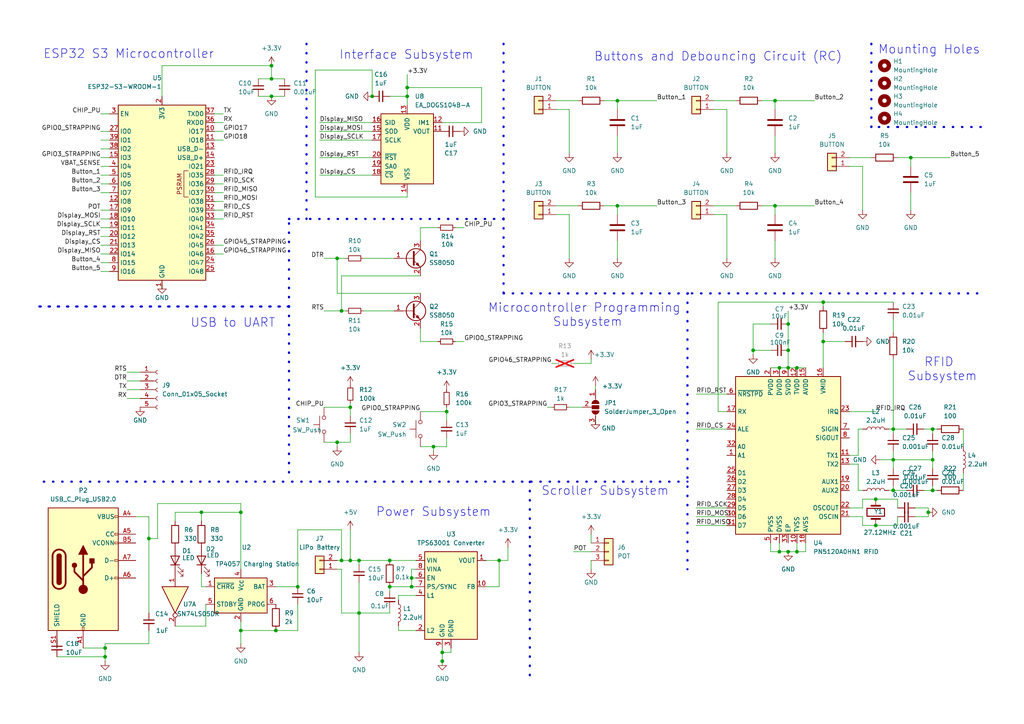
<source format=kicad_sch>
(kicad_sch (version 20250114) (generator "eeschema") (generator_version "9.0")
  (paper "A4")
  (text "USB to UART\n" (at 67.564 93.726 0) (effects (font (size 2.54 2.54))))
  (text "Interface Subsystem" (at 117.856 16.002 0) (effects (font (size 2.54 2.54))))
  (text "Power Subsystem" (at 125.73 148.59 0) (effects (font (size 2.54 2.54))))
  (text "ESP32 S3 Microcontroller" (at 37.338 15.748 0) (effects (font (size 2.54 2.54))))
  (text "Scroller Subsystem" (at 175.514 142.494 0) (effects (font (size 2.54 2.54))))
  (text "Buttons and Debouncing Circuit (RC)" (at 208.28 16.51 0) (effects (font (size 2.54 2.54))))
  (text "Microcontroller Programming \nSubsystem" (at 170.434 91.44 0) (effects (font (size 2.54 2.54))))
  (text "RFID \nSubsystem\n" (at 273.304 107.188 0) (effects (font (size 2.54 2.54))))
  (text "Mounting Holes\n" (at 269.494 14.478 0) (effects (font (size 2.54 2.54))))
  (junction (at 86.36 170.18))
  (junction (at 226.06 106.68))
  (junction (at 43.18 156.21))
  (junction (at 231.14 160.02))
  (junction (at 270.51 133.35))
  (junction (at 78.74 19.05))
  (junction (at 101.6 118.11))
  (junction (at 228.6 160.02))
  (junction (at 118.11 27.94))
  (junction (at 270.51 142.24))
  (junction (at 259.08 142.24))
  (junction (at 259.08 133.35))
  (junction (at 224.79 29.21))
  (junction (at 80.01 182.88))
  (junction (at 107.95 27.94))
  (junction (at 119.38 167.64))
  (junction (at 228.6 101.6))
  (junction (at 129.54 119.38))
  (junction (at 97.79 74.93))
  (junction (at 99.06 162.56))
  (junction (at 254 152.4))
  (junction (at 78.74 27.94))
  (junction (at 101.6 162.56))
  (junction (at 97.79 128.27))
  (junction (at 218.44 101.6))
  (junction (at 270.51 124.46))
  (junction (at 224.79 59.69))
  (junction (at 238.76 99.06))
  (junction (at 238.76 87.63))
  (junction (at 69.85 182.88))
  (junction (at 231.14 106.68))
  (junction (at 78.74 22.86))
  (junction (at 30.48 190.5))
  (junction (at 119.38 170.18))
  (junction (at 179.07 59.69))
  (junction (at 104.14 177.8))
  (junction (at 228.6 93.98))
  (junction (at 144.78 162.56))
  (junction (at 128.27 191.77))
  (junction (at 269.24 148.59))
  (junction (at 118.11 25.4))
  (junction (at 264.16 45.72))
  (junction (at 125.73 129.54))
  (junction (at 30.48 187.96))
  (junction (at 58.42 148.59))
  (junction (at 69.85 148.59))
  (junction (at 113.03 162.56))
  (junction (at 104.14 162.56))
  (junction (at 128.27 189.23))
  (junction (at 254 144.78))
  (junction (at 179.07 29.21))
  (junction (at 259.08 124.46))
  (junction (at 226.06 160.02))
  (junction (at 228.6 106.68))
  (junction (at 99.06 90.17))
  (junction (at 113.03 170.18))
  (wire (pts (xy 105.41 90.17) (xy 114.3 90.17)))
  (wire (pts (xy 228.6 90.17) (xy 228.6 93.98)))
  (wire (pts (xy 259.08 124.46) (xy 262.89 124.46)))
  (wire (pts (xy 231.14 157.48) (xy 231.14 160.02)))
  (wire (pts (xy 86.36 153.67) (xy 99.06 153.67)))
  (wire (pts (xy 121.92 85.09) (xy 97.79 85.09)))
  (wire (pts (xy 259.08 142.24) (xy 262.89 142.24)))
  (wire (pts (xy 46.99 19.05) (xy 78.74 19.05)))
  (wire (pts (xy 260.35 45.72) (xy 264.16 45.72)))
  (wire (pts (xy 101.6 118.11) (xy 93.98 118.11)))
  (wire (pts (xy 125.73 129.54) (xy 125.73 130.81)))
  (wire (pts (xy 62.23 71.12) (xy 64.77 71.12)))
  (wire (pts (xy 201.93 114.3) (xy 210.82 114.3)))
  (wire (pts (xy 29.21 55.88) (xy 31.75 55.88)))
  (wire (pts (xy 29.21 78.74) (xy 31.75 78.74)))
  (wire (pts (xy 104.14 162.56) (xy 104.14 163.83)))
  (wire (pts (xy 201.93 147.32) (xy 210.82 147.32)))
  (wire (pts (xy 179.07 69.85) (xy 179.07 74.93)))
  (wire (pts (xy 29.21 48.26) (xy 31.75 48.26)))
  (wire (pts (xy 29.21 73.66) (xy 31.75 73.66)))
  (wire (pts (xy 118.11 25.4) (xy 139.7 25.4)))
  (wire (pts (xy 62.23 73.66) (xy 64.77 73.66)))
  (wire (pts (xy 62.23 58.42) (xy 64.77 58.42)))
  (wire (pts (xy 179.07 39.37) (xy 179.07 44.45)))
  (wire (pts (xy 259.08 104.14) (xy 259.08 124.46)))
  (wire (pts (xy 279.4 124.46) (xy 279.4 129.54)))
  (wire (pts (xy 29.21 40.64) (xy 31.75 40.64)))
  (wire (pts (xy 62.23 63.5) (xy 64.77 63.5)))
  (wire (pts (xy 119.38 167.64) (xy 120.65 167.64)))
  (wire (pts (xy 121.92 66.04) (xy 127 66.04)))
  (wire (pts (xy 140.97 170.18) (xy 144.78 170.18)))
  (wire (pts (xy 45.72 146.05) (xy 69.85 146.05)))
  (wire (pts (xy 161.29 29.21) (xy 167.64 29.21)))
  (wire (pts (xy 69.85 182.88) (xy 69.85 180.34)))
  (wire (pts (xy 179.07 29.21) (xy 190.5 29.21)))
  (wire (pts (xy 113.03 162.56) (xy 120.65 162.56)))
  (wire (pts (xy 231.14 106.68) (xy 233.68 106.68)))
  (wire (pts (xy 58.42 148.59) (xy 58.42 151.13)))
  (polyline (pts (xy 11.43 88.9) (xy 83.82 88.9)) (stroke (width 0.635) (type dot)))
  (wire (pts (xy 80.01 170.18) (xy 86.36 170.18)))
  (polyline (pts (xy 83.82 63.5) (xy 88.9 63.5)) (stroke (width 0.635) (type dot)))
  (wire (pts (xy 121.92 99.06) (xy 127 99.06)))
  (wire (pts (xy 92.71 35.56) (xy 107.95 35.56)))
  (wire (pts (xy 105.41 74.93) (xy 114.3 74.93)))
  (wire (pts (xy 248.92 134.62) (xy 246.38 134.62)))
  (wire (pts (xy 248.92 142.24) (xy 250.19 142.24)))
  (wire (pts (xy 119.38 170.18) (xy 119.38 167.64)))
  (wire (pts (xy 254 144.78) (xy 260.35 144.78)))
  (wire (pts (xy 92.71 38.1) (xy 107.95 38.1)))
  (wire (pts (xy 16.51 190.5) (xy 30.48 190.5)))
  (wire (pts (xy 99.06 177.8) (xy 104.14 177.8)))
  (wire (pts (xy 118.11 27.94) (xy 118.11 30.48)))
  (wire (pts (xy 231.14 160.02) (xy 233.68 160.02)))
  (wire (pts (xy 259.08 133.35) (xy 259.08 135.89)))
  (wire (pts (xy 121.92 95.25) (xy 121.92 99.06)))
  (wire (pts (xy 224.79 29.21) (xy 236.22 29.21)))
  (wire (pts (xy 270.51 142.24) (xy 271.78 142.24)))
  (wire (pts (xy 29.21 60.96) (xy 31.75 60.96)))
  (wire (pts (xy 36.83 107.95) (xy 40.64 107.95)))
  (wire (pts (xy 224.79 59.69) (xy 224.79 62.23)))
  (wire (pts (xy 119.38 165.1) (xy 120.65 165.1)))
  (wire (pts (xy 29.21 33.02) (xy 31.75 33.02)))
  (wire (pts (xy 120.65 182.88) (xy 115.57 182.88)))
  (polyline (pts (xy 88.9 12.7) (xy 88.9 63.5)) (stroke (width 0.635) (type dot)))
  (wire (pts (xy 248.92 142.24) (xy 248.92 134.62)))
  (polyline (pts (xy 153.67 139.7) (xy 153.67 198.12)) (stroke (width 0.635) (type dot)))
  (wire (pts (xy 259.08 125.73) (xy 259.08 124.46)))
  (wire (pts (xy 130.81 189.23) (xy 128.27 189.23)))
  (wire (pts (xy 39.37 149.86) (xy 43.18 149.86)))
  (wire (pts (xy 166.37 105.41) (xy 171.45 105.41)))
  (wire (pts (xy 99.06 162.56) (xy 101.6 162.56)))
  (wire (pts (xy 139.7 35.56) (xy 128.27 35.56)))
  (wire (pts (xy 107.95 20.32) (xy 107.95 27.94)))
  (wire (pts (xy 121.92 129.54) (xy 125.73 129.54)))
  (wire (pts (xy 62.23 50.8) (xy 64.77 50.8)))
  (wire (pts (xy 58.42 166.37) (xy 58.42 170.18)))
  (wire (pts (xy 115.57 172.72) (xy 120.65 172.72)))
  (wire (pts (xy 129.54 119.38) (xy 121.92 119.38)))
  (wire (pts (xy 246.38 48.26) (xy 250.19 48.26)))
  (wire (pts (xy 92.71 40.64) (xy 107.95 40.64)))
  (polyline (pts (xy 146.05 12.7) (xy 146.05 63.5)) (stroke (width 0.635) (type dot)))
  (wire (pts (xy 201.93 152.4) (xy 210.82 152.4)))
  (wire (pts (xy 118.11 25.4) (xy 118.11 27.94)))
  (polyline (pts (xy 199.39 111.76) (xy 199.39 165.1)) (stroke (width 0.635) (type dot)))
  (wire (pts (xy 69.85 182.88) (xy 80.01 182.88)))
  (wire (pts (xy 58.42 148.59) (xy 69.85 148.59)))
  (wire (pts (xy 210.82 62.23) (xy 210.82 74.93)))
  (polyline (pts (xy 200.66 85.09) (xy 284.48 85.09)) (stroke (width 0.635) (type dot)))
  (wire (pts (xy 208.28 87.63) (xy 238.76 87.63)))
  (wire (pts (xy 36.83 115.57) (xy 40.64 115.57)))
  (wire (pts (xy 97.79 128.27) (xy 101.6 128.27)))
  (wire (pts (xy 224.79 39.37) (xy 224.79 44.45)))
  (wire (pts (xy 220.98 29.21) (xy 224.79 29.21)))
  (wire (pts (xy 118.11 57.15) (xy 91.44 57.15)))
  (polyline (pts (xy 83.82 88.9) (xy 83.82 137.16)) (stroke (width 0.635) (type dot)))
  (wire (pts (xy 147.32 162.56) (xy 147.32 158.75)))
  (wire (pts (xy 29.21 71.12) (xy 31.75 71.12)))
  (wire (pts (xy 250.19 147.32) (xy 250.19 144.78)))
  (wire (pts (xy 46.99 27.94) (xy 46.99 19.05)))
  (wire (pts (xy 125.73 129.54) (xy 129.54 129.54)))
  (polyline (pts (xy 83.82 88.9) (xy 11.43 88.9)) (stroke (width 0.635) (type dot)))
  (wire (pts (xy 29.21 76.2) (xy 31.75 76.2)))
  (wire (pts (xy 43.18 186.69) (xy 30.48 186.69)))
  (wire (pts (xy 91.44 20.32) (xy 107.95 20.32)))
  (wire (pts (xy 43.18 156.21) (xy 43.18 177.8)))
  (polyline (pts (xy 146.05 63.5) (xy 146.05 85.09)) (stroke (width 0.635) (type dot)))
  (wire (pts (xy 121.92 69.85) (xy 121.92 66.04)))
  (wire (pts (xy 201.93 124.46) (xy 210.82 124.46)))
  (wire (pts (xy 118.11 57.15) (xy 118.11 55.88)))
  (wire (pts (xy 179.07 59.69) (xy 190.5 59.69)))
  (wire (pts (xy 218.44 101.6) (xy 218.44 102.87)))
  (wire (pts (xy 121.92 80.01) (xy 99.06 80.01)))
  (wire (pts (xy 30.48 191.77) (xy 30.48 190.5)))
  (wire (pts (xy 165.1 62.23) (xy 165.1 74.93)))
  (wire (pts (xy 161.29 31.75) (xy 165.1 31.75)))
  (wire (pts (xy 207.01 59.69) (xy 213.36 59.69)))
  (wire (pts (xy 270.51 130.81) (xy 270.51 133.35)))
  (wire (pts (xy 43.18 156.21) (xy 45.72 156.21)))
  (wire (pts (xy 97.79 74.93) (xy 100.33 74.93)))
  (wire (pts (xy 115.57 173.99) (xy 115.57 172.72)))
  (wire (pts (xy 228.6 101.6) (xy 228.6 106.68)))
  (wire (pts (xy 224.79 29.21) (xy 224.79 31.75)))
  (wire (pts (xy 226.06 157.48) (xy 226.06 160.02)))
  (wire (pts (xy 92.71 45.72) (xy 107.95 45.72)))
  (wire (pts (xy 226.06 160.02) (xy 228.6 160.02)))
  (wire (pts (xy 99.06 177.8) (xy 99.06 165.1)))
  (wire (pts (xy 158.75 118.11) (xy 160.02 118.11)))
  (wire (pts (xy 228.6 106.68) (xy 231.14 106.68)))
  (wire (pts (xy 97.79 162.56) (xy 99.06 162.56)))
  (wire (pts (xy 238.76 87.63) (xy 259.08 87.63)))
  (wire (pts (xy 144.78 162.56) (xy 147.32 162.56)))
  (wire (pts (xy 99.06 165.1) (xy 97.79 165.1)))
  (wire (pts (xy 165.1 118.11) (xy 168.91 118.11)))
  (wire (pts (xy 50.8 181.61) (xy 59.69 181.61)))
  (wire (pts (xy 97.79 85.09) (xy 97.79 74.93)))
  (wire (pts (xy 255.27 133.35) (xy 259.08 133.35)))
  (wire (pts (xy 171.45 104.14) (xy 171.45 105.41)))
  (wire (pts (xy 62.23 55.88) (xy 64.77 55.88)))
  (wire (pts (xy 101.6 162.56) (xy 104.14 162.56)))
  (wire (pts (xy 267.97 142.24) (xy 270.51 142.24)))
  (wire (pts (xy 208.28 119.38) (xy 208.28 87.63)))
  (wire (pts (xy 171.45 154.94) (xy 171.45 157.48)))
  (polyline (pts (xy 252.73 36.83) (xy 252.73 35.56)) (stroke (width 0.635) (type dot)))
  (wire (pts (xy 97.79 128.27) (xy 97.79 129.54)))
  (wire (pts (xy 93.98 74.93) (xy 97.79 74.93)))
  (wire (pts (xy 93.98 90.17) (xy 99.06 90.17)))
  (wire (pts (xy 29.21 45.72) (xy 31.75 45.72)))
  (wire (pts (xy 74.93 22.86) (xy 78.74 22.86)))
  (wire (pts (xy 29.21 43.18) (xy 31.75 43.18)))
  (wire (pts (xy 210.82 31.75) (xy 210.82 44.45)))
  (wire (pts (xy 16.51 187.96) (xy 16.51 185.42)))
  (wire (pts (xy 29.21 38.1) (xy 31.75 38.1)))
  (wire (pts (xy 238.76 99.06) (xy 245.11 99.06)))
  (wire (pts (xy 265.43 147.32) (xy 269.24 147.32)))
  (wire (pts (xy 208.28 119.38) (xy 210.82 119.38)))
  (wire (pts (xy 130.81 187.96) (xy 130.81 189.23)))
  (wire (pts (xy 104.14 168.91) (xy 104.14 177.8)))
  (wire (pts (xy 101.6 116.84) (xy 101.6 118.11)))
  (wire (pts (xy 58.42 170.18) (xy 59.69 170.18)))
  (wire (pts (xy 228.6 160.02) (xy 231.14 160.02)))
  (wire (pts (xy 132.08 99.06) (xy 134.62 99.06)))
  (wire (pts (xy 246.38 149.86) (xy 250.19 149.86)))
  (wire (pts (xy 29.21 68.58) (xy 31.75 68.58)))
  (wire (pts (xy 36.83 113.03) (xy 40.64 113.03)))
  (wire (pts (xy 128.27 187.96) (xy 128.27 189.23)))
  (wire (pts (xy 62.23 35.56) (xy 64.77 35.56)))
  (wire (pts (xy 115.57 182.88) (xy 115.57 181.61)))
  (wire (pts (xy 259.08 92.71) (xy 259.08 96.52)))
  (wire (pts (xy 270.51 124.46) (xy 270.51 125.73)))
  (wire (pts (xy 24.13 187.96) (xy 30.48 187.96)))
  (wire (pts (xy 260.35 149.86) (xy 260.35 152.4)))
  (wire (pts (xy 223.52 93.98) (xy 218.44 93.98)))
  (polyline (pts (xy 252.73 12.7) (xy 252.73 38.1)) (stroke (width 0.635) (type dot)))
  (polyline (pts (xy 146.05 63.5) (xy 88.9 63.5)) (stroke (width 0.635) (type dot)))
  (wire (pts (xy 101.6 120.65) (xy 101.6 118.11)))
  (wire (pts (xy 207.01 31.75) (xy 210.82 31.75)))
  (wire (pts (xy 246.38 147.32) (xy 250.19 147.32)))
  (wire (pts (xy 129.54 118.11) (xy 129.54 119.38)))
  (wire (pts (xy 36.83 110.49) (xy 40.64 110.49)))
  (wire (pts (xy 140.97 162.56) (xy 144.78 162.56)))
  (wire (pts (xy 224.79 59.69) (xy 236.22 59.69)))
  (wire (pts (xy 223.52 106.68) (xy 226.06 106.68)))
  (wire (pts (xy 248.92 132.08) (xy 246.38 132.08)))
  (wire (pts (xy 246.38 119.38) (xy 254 119.38)))
  (wire (pts (xy 165.1 31.75) (xy 165.1 44.45)))
  (wire (pts (xy 30.48 190.5) (xy 30.48 187.96)))
  (polyline (pts (xy 284.48 36.83) (xy 260.35 36.83)) (stroke (width 0.635) (type dot)))
  (wire (pts (xy 91.44 57.15) (xy 91.44 20.32)))
  (wire (pts (xy 207.01 29.21) (xy 213.36 29.21)))
  (wire (pts (xy 119.38 167.64) (xy 119.38 165.1)))
  (wire (pts (xy 259.08 140.97) (xy 259.08 142.24)))
  (wire (pts (xy 144.78 170.18) (xy 144.78 162.56)))
  (wire (pts (xy 86.36 175.26) (xy 86.36 182.88)))
  (wire (pts (xy 99.06 90.17) (xy 100.33 90.17)))
  (wire (pts (xy 93.98 128.27) (xy 97.79 128.27)))
  (wire (pts (xy 207.01 62.23) (xy 210.82 62.23)))
  (wire (pts (xy 29.21 63.5) (xy 31.75 63.5)))
  (wire (pts (xy 218.44 101.6) (xy 223.52 101.6)))
  (wire (pts (xy 270.51 133.35) (xy 270.51 135.89)))
  (wire (pts (xy 238.76 99.06) (xy 238.76 106.68)))
  (wire (pts (xy 99.06 80.01) (xy 99.06 90.17)))
  (wire (pts (xy 62.23 38.1) (xy 64.77 38.1)))
  (wire (pts (xy 279.4 137.16) (xy 279.4 142.24)))
  (wire (pts (xy 269.24 148.59) (xy 269.24 149.86)))
  (wire (pts (xy 228.6 93.98) (xy 228.6 101.6)))
  (wire (pts (xy 161.29 62.23) (xy 165.1 62.23)))
  (polyline (pts (xy 146.05 85.09) (xy 200.66 85.09)) (stroke (width 0.635) (type dot)))
  (wire (pts (xy 223.52 157.48) (xy 223.52 160.02)))
  (wire (pts (xy 128.27 191.77) (xy 128.27 193.04)))
  (wire (pts (xy 250.19 144.78) (xy 254 144.78)))
  (wire (pts (xy 50.8 148.59) (xy 58.42 148.59)))
  (wire (pts (xy 62.23 53.34) (xy 64.77 53.34)))
  (wire (pts (xy 46.99 82.55) (xy 46.99 83.82)))
  (wire (pts (xy 113.03 176.53) (xy 113.03 177.8)))
  (wire (pts (xy 86.36 170.18) (xy 86.36 153.67)))
  (wire (pts (xy 250.19 124.46) (xy 248.92 124.46)))
  (polyline (pts (xy 12.7 139.7) (xy 199.39 139.7)) (stroke (width 0.635) (type dot)))
  (wire (pts (xy 78.74 22.86) (xy 82.55 22.86)))
  (wire (pts (xy 264.16 45.72) (xy 264.16 48.26)))
  (wire (pts (xy 175.26 29.21) (xy 179.07 29.21)))
  (wire (pts (xy 119.38 170.18) (xy 120.65 170.18)))
  (wire (pts (xy 269.24 147.32) (xy 269.24 148.59)))
  (wire (pts (xy 92.71 50.8) (xy 107.95 50.8)))
  (wire (pts (xy 62.23 40.64) (xy 64.77 40.64)))
  (wire (pts (xy 129.54 129.54) (xy 129.54 127)))
  (wire (pts (xy 264.16 55.88) (xy 264.16 60.96)))
  (wire (pts (xy 101.6 128.27) (xy 101.6 125.73)))
  (wire (pts (xy 267.97 124.46) (xy 270.51 124.46)))
  (wire (pts (xy 226.06 106.68) (xy 228.6 106.68)))
  (wire (pts (xy 50.8 151.13) (xy 50.8 148.59)))
  (wire (pts (xy 254 152.4) (xy 260.35 152.4)))
  (wire (pts (xy 74.93 27.94) (xy 78.74 27.94)))
  (wire (pts (xy 161.29 59.69) (xy 167.64 59.69)))
  (wire (pts (xy 166.37 160.02) (xy 171.45 160.02)))
  (wire (pts (xy 78.74 19.05) (xy 78.74 22.86)))
  (wire (pts (xy 172.72 123.19) (xy 172.72 121.92)))
  (wire (pts (xy 270.51 142.24) (xy 270.51 140.97)))
  (wire (pts (xy 218.44 93.98) (xy 218.44 101.6)))
  (polyline (pts (xy 260.35 36.83) (xy 252.73 36.83)) (stroke (width 0.635) (type dot)))
  (wire (pts (xy 257.81 142.24) (xy 259.08 142.24)))
  (wire (pts (xy 113.03 177.8) (xy 104.14 177.8)))
  (wire (pts (xy 129.54 121.92) (xy 129.54 119.38)))
  (wire (pts (xy 259.08 133.35) (xy 270.51 133.35)))
  (wire (pts (xy 257.81 124.46) (xy 259.08 124.46)))
  (wire (pts (xy 113.03 171.45) (xy 113.03 170.18)))
  (wire (pts (xy 223.52 160.02) (xy 226.06 160.02)))
  (wire (pts (xy 270.51 124.46) (xy 271.78 124.46)))
  (wire (pts (xy 250.19 149.86) (xy 250.19 152.4)))
  (wire (pts (xy 248.92 124.46) (xy 248.92 132.08)))
  (wire (pts (xy 113.03 27.94) (xy 118.11 27.94)))
  (wire (pts (xy 233.68 157.48) (xy 233.68 160.02)))
  (wire (pts (xy 179.07 29.21) (xy 179.07 31.75)))
  (wire (pts (xy 265.43 149.86) (xy 269.24 149.86)))
  (wire (pts (xy 171.45 162.56) (xy 171.45 165.1)))
  (wire (pts (xy 104.14 162.56) (xy 113.03 162.56)))
  (polyline (pts (xy 83.82 88.9) (xy 83.82 63.5)) (stroke (width 0.635) (type dot)))
  (wire (pts (xy 220.98 59.69) (xy 224.79 59.69)))
  (wire (pts (xy 118.11 21.59) (xy 118.11 25.4)))
  (wire (pts (xy 86.36 182.88) (xy 80.01 182.88)))
  (wire (pts (xy 113.03 170.18) (xy 119.38 170.18)))
  (wire (pts (xy 179.07 59.69) (xy 179.07 62.23)))
  (wire (pts (xy 160.02 105.41) (xy 161.29 105.41)))
  (wire (pts (xy 43.18 156.21) (xy 43.18 149.86)))
  (polyline (pts (xy 199.39 85.09) (xy 199.39 111.76)) (stroke (width 0.635) (type dot)))
  (wire (pts (xy 69.85 146.05) (xy 69.85 148.59)))
  (wire (pts (xy 172.72 111.76) (xy 172.72 113.03)))
  (wire (pts (xy 175.26 59.69) (xy 179.07 59.69)))
  (wire (pts (xy 29.21 53.34) (xy 31.75 53.34)))
  (wire (pts (xy 246.38 45.72) (xy 252.73 45.72)))
  (wire (pts (xy 264.16 45.72) (xy 275.59 45.72)))
  (wire (pts (xy 78.74 27.94) (xy 82.55 27.94)))
  (wire (pts (xy 139.7 25.4) (xy 139.7 35.56)))
  (wire (pts (xy 104.14 177.8) (xy 104.14 189.23)))
  (wire (pts (xy 259.08 130.81) (xy 259.08 133.35)))
  (wire (pts (xy 101.6 153.67) (xy 101.6 162.56)))
  (wire (pts (xy 43.18 182.88) (xy 43.18 186.69)))
  (wire (pts (xy 69.85 148.59) (xy 69.85 165.1)))
  (wire (pts (xy 132.08 66.04) (xy 134.62 66.04)))
  (wire (pts (xy 201.93 149.86) (xy 210.82 149.86)))
  (wire (pts (xy 99.06 153.67) (xy 99.06 162.56)))
  (wire (pts (xy 62.23 60.96) (xy 64.77 60.96)))
  (wire (pts (xy 238.76 96.52) (xy 238.76 99.06)))
  (wire (pts (xy 224.79 69.85) (xy 224.79 74.93)))
  (wire (pts (xy 45.72 156.21) (xy 45.72 146.05)))
  (wire (pts (xy 30.48 186.69) (xy 30.48 187.96)))
  (wire (pts (xy 238.76 87.63) (xy 238.76 88.9)))
  (wire (pts (xy 260.35 147.32) (xy 260.35 144.78)))
  (wire (pts (xy 69.85 186.69) (xy 69.85 182.88)))
  (wire (pts (xy 62.23 33.02) (xy 64.77 33.02)))
  (wire (pts (xy 250.19 152.4) (xy 254 152.4)))
  (wire (pts (xy 59.69 181.61) (xy 59.69 175.26)))
  (wire (pts (xy 29.21 66.04) (xy 31.75 66.04)))
  (wire (pts (xy 250.19 48.26) (xy 250.19 60.96)))
  (wire (pts (xy 128.27 189.23) (xy 128.27 191.77)))
  (wire (pts (xy 29.21 50.8) (xy 31.75 50.8)))
  (label "GPIO46_STRAPPING" (at 64.77 73.66 0))
  (label "TX" (at 64.77 33.02 0))
  (label "RFID_SCK" (at 201.93 147.32 0))
  (label "RFID_MISO" (at 64.77 55.88 0))
  (label "Button_5" (at 275.59 45.72 0))
  (label "POT" (at 29.21 60.96 180))
  (label "RFID_CS" (at 64.77 60.96 0))
  (label "+3.3V" (at 118.11 21.59 0))
  (label "RFID_IRQ" (at 64.77 50.8 0))
  (label "RX" (at 64.77 35.56 0))
  (label "TX" (at 36.83 113.03 180))
  (label "RFID_SCK" (at 64.77 53.34 0))
  (label "Display_CS" (at 29.21 71.12 180))
  (label "GPIO0_STRAPPING" (at 29.21 38.1 180))
  (label "RFID_RST" (at 201.93 114.3 0))
  (label "RFID_MISO" (at 201.93 152.4 0))
  (label "RFID_CS" (at 201.93 124.46 0))
  (label "Display_MOSI" (at 92.71 38.1 0))
  (label "Display_MOSI" (at 29.21 63.5 180))
  (label "GPIO3_STRAPPING" (at 29.21 45.72 180))
  (label "Display_RST" (at 92.71 45.72 0))
  (label "DTR" (at 93.98 74.93 180))
  (label "DTR" (at 36.83 110.49 180))
  (label "GPIO3_STRAPPING" (at 158.75 118.11 180))
  (label "RTS" (at 36.83 107.95 180))
  (label "GPIO46_STRAPPING" (at 160.02 105.41 180))
  (label "GPIO17" (at 64.77 38.1 0))
  (label "RTS" (at 93.98 90.17 180))
  (label "Display_RST" (at 29.21 68.58 180))
  (label "GPIO18" (at 64.77 40.64 0))
  (label "Display_MISO" (at 92.71 35.56 0))
  (label "Button_2" (at 236.22 29.21 0))
  (label "CHIP_PU" (at 134.62 66.04 0))
  (label "GPIO0_STRAPPING" (at 121.92 119.38 180))
  (label "Button_4" (at 236.22 59.69 0))
  (label "RX" (at 36.83 115.57 180))
  (label "Display_SCLK" (at 92.71 40.64 0))
  (label "+3.3V" (at 228.6 90.17 0))
  (label "Display_MISO" (at 29.21 73.66 180))
  (label "RFID_RST" (at 64.77 63.5 0))
  (label "GPIO0_STRAPPING" (at 134.62 99.06 0))
  (label "Button_4" (at 29.21 76.2 180))
  (label "GPIO45_STRAPPING" (at 64.77 71.12 0))
  (label "CHIP_PU" (at 93.98 118.11 180))
  (label "Display_CS" (at 92.71 50.8 0))
  (label "RFID_MOSI" (at 64.77 58.42 0))
  (label "RFID_MOSI" (at 201.93 149.86 0))
  (label "Button_3" (at 29.21 55.88 180))
  (label "POT" (at 166.37 160.02 0))
  (label "Button_5" (at 29.21 78.74 180))
  (label "Display_SCLK" (at 29.21 66.04 180))
  (label "VBAT_SENSE" (at 29.21 48.26 180))
  (label "Button_1" (at 190.5 29.21 0))
  (label "CHIP_PU" (at 29.21 33.02 180))
  (label "Button_3" (at 190.5 59.69 0))
  (label "Button_1" (at 29.21 50.8 180))
  (label "Button_2" (at 29.21 53.34 180))
  (label "RFID_IRQ" (at 254 119.38 0))
  (symbol (lib_id "Device:R") (at 58.42 154.94 0) (unit 1)
    (property "Reference" "R8" (at 60.96 153.6699 0) (effects (justify left)))
    (property "Value" "330" (at 60.96 156.2099 0) (effects (justify left)))
    (property "Footprint" "Resistor_SMD:R_0805_2012Metric_Pad1.20x1.40mm_HandSolder" (effects (hide yes)))
    (property "Description" "Resistor" (effects (hide yes)))
  )
  (symbol (lib_id "Switch:SW_Push") (at 121.92 124.46 90) (unit 1)
    (property "Reference" "SW2" (at 113.792 123.19 90) (effects (justify right)))
    (property "Value" "SW_Push" (at 109.474 125.984 90) (effects (justify right)))
    (property "Footprint" "Button_Switch_THT:SW_PUSH_6mm" (effects (hide yes)))
    (property "Description" "Push button switch, generic, two pins" (effects (hide yes)))
  )
  (symbol (lib_id "Device:R_Small") (at 129.54 99.06 90) (unit 1)
    (property "Reference" "R15" (at 129.54 93.98 90))
    (property "Value" "10k" (at 129.54 96.52 90))
    (property "Footprint" "Resistor_SMD:R_0805_2012Metric_Pad1.20x1.40mm_HandSolder" (effects (hide yes)))
    (property "Description" "Resistor, small symbol" (effects (hide yes)))
  )
  (symbol (lib_id "Device:C_Small") (at 113.03 173.99 0) (unit 1)
    (property "Reference" "C8" (at 108.712 172.212 0) (effects (justify left)))
    (property "Value" "0.1uF" (at 107.442 175.768 0) (effects (justify left)))
    (property "Footprint" "Capacitor_SMD:C_0805_2012Metric_Pad1.18x1.45mm_HandSolder" (effects (hide yes)))
    (property "Description" "Unpolarized capacitor, small symbol" (effects (hide yes)))
  )
  (symbol (lib_id "Device:R_Small") (at 129.54 66.04 270) (unit 1)
    (property "Reference" "R14" (at 129.794 68.58 90))
    (property "Value" "10k" (at 129.794 70.866 90))
    (property "Footprint" "Resistor_SMD:R_0805_2012Metric_Pad1.20x1.40mm_HandSolder" (effects (hide yes)))
    (property "Description" "Resistor, small symbol" (effects (hide yes)))
  )
  (symbol (lib_id "Device:R") (at 171.45 29.21 270) (unit 1)
    (property "Reference" "R1" (at 171.45 22.86 90))
    (property "Value" "10k" (at 171.45 25.4 90))
    (property "Footprint" "Resistor_SMD:R_0805_2012Metric_Pad1.20x1.40mm_HandSolder" (effects (hide yes)))
    (property "Description" "Resistor" (effects (hide yes)))
  )
  (symbol (lib_id "Connector_Generic:Conn_01x02") (at 156.21 62.23 180) (unit 1)
    (property "Reference" "J3" (at 156.21 53.34 0))
    (property "Value" "BUTTON" (at 156.21 55.88 0))
    (property "Footprint" "Connector_Molex:Molex_KK-254_AE-6410-02A_1x02_P2.54mm_Vertical" (effects (hide yes)))
    (property "Description" "Generic connector, single row, 01x02, script generated (kicad-library-utils/schlib/autogen/connector/)" (effects (hide yes)))
  )
  (symbol (lib_id "Device:R") (at 275.59 142.24 90) (unit 1)
    (property "Reference" "R22" (at 275.59 135.89 90))
    (property "Value" "100" (at 275.59 138.43 90))
    (property "Footprint" "Resistor_SMD:R_0805_2012Metric_Pad1.20x1.40mm_HandSolder" (effects (hide yes)))
    (property "Description" "Resistor" (effects (hide yes)))
  )
  (symbol (lib_id "power:+3V3") (at 129.54 113.03 0) (unit 1)
    (property "Reference" "#PWR032" (effects (hide yes)))
    (property "Value" "+3.3V" (at 129.54 107.95 0))
    (property "Description" "Power symbol creates a global label with name \"+3V3\"" (effects (hide yes)))
  )
  (symbol (lib_id "Regulator_Switching:TPS63001") (at 130.81 172.72 0) (unit 1)
    (property "Reference" "U3" (at 130.81 154.94 0))
    (property "Value" "TPS63001 Converter" (at 130.81 157.48 0))
    (property "Footprint" "Package_SON:Texas_DRC0010J_ThermalVias" (effects (hide yes)))
    (property "Datasheet" "http://www.ti.com/lit/ds/symlink/tps63000.pdf" (effects (hide yes)))
    (property "Description" "Buck-Boost Converter, 1.8-5.5V Input Voltage, 1.7A Switch Current, 3.3V Output Voltage, VSON-10" (effects (hide yes)))
  )
  (symbol (lib_id "power:GND") (at 128.27 191.77 0) (unit 1)
    (property "Reference" "#PWR04" (effects (hide yes)))
    (property "Value" "GND" (at 128.27 196.85 0))
    (property "Description" "Power symbol creates a global label with name \"GND\" , ground" (effects (hide yes)))
  )
  (symbol (lib_id "Device:C_Small") (at 43.18 180.34 0) (unit 1)
    (property "Reference" "C14" (at 44.958 178.054 0) (effects (justify left)))
    (property "Value" "1uF" (at 45.212 182.88 0) (effects (justify left)))
    (property "Footprint" "Capacitor_SMD:C_0805_2012Metric_Pad1.18x1.45mm_HandSolder" (effects (hide yes)))
    (property "Description" "Unpolarized capacitor, small symbol" (effects (hide yes)))
  )
  (symbol (lib_id "Device:C") (at 179.07 35.56 0) (unit 1)
    (property "Reference" "C1" (at 182.88 34.2899 0) (effects (justify left)))
    (property "Value" "1uF" (at 182.88 36.8299 0) (effects (justify left)))
    (property "Footprint" "Capacitor_SMD:C_0805_2012Metric_Pad1.18x1.45mm_HandSolder" (effects (hide yes)))
    (property "Description" "Unpolarized capacitor" (effects (hide yes)))
  )
  (symbol (lib_id "Device:C_Small") (at 265.43 142.24 90) (unit 1)
    (property "Reference" "C27" (at 265.4363 135.89 90))
    (property "Value" "0.01uF" (at 265.4363 138.43 90))
    (property "Footprint" "Capacitor_SMD:C_0805_2012Metric_Pad1.18x1.45mm_HandSolder" (effects (hide yes)))
    (property "Description" "Unpolarized capacitor, small symbol" (effects (hide yes)))
  )
  (symbol (lib_id "Device:R") (at 238.76 92.71 0) (unit 1)
    (property "Reference" "R19" (at 241.3 91.4399 0) (effects (justify left)))
    (property "Value" "10k" (at 241.3 93.9799 0) (effects (justify left)))
    (property "Footprint" "Resistor_SMD:R_0805_2012Metric_Pad1.20x1.40mm_HandSolder" (effects (hide yes)))
    (property "Description" "Resistor" (effects (hide yes)))
  )
  (symbol (lib_id "power:GND") (at 210.82 74.93 0) (unit 1)
    (property "Reference" "#PWR012" (effects (hide yes)))
    (property "Value" "GND" (at 210.82 80.01 0))
    (property "Description" "Power symbol creates a global label with name \"GND\" , ground" (effects (hide yes)))
  )
  (symbol (lib_id "Connector_Generic:Conn_01x02") (at 201.93 62.23 180) (unit 1)
    (property "Reference" "J4" (at 201.93 53.34 0))
    (property "Value" "BUTTON" (at 201.93 55.88 0))
    (property "Footprint" "Connector_Molex:Molex_KK-254_AE-6410-02A_1x02_P2.54mm_Vertical" (effects (hide yes)))
    (property "Description" "Generic connector, single row, 01x02, script generated (kicad-library-utils/schlib/autogen/connector/)" (effects (hide yes)))
  )
  (symbol (lib_id "power:GND") (at 97.79 129.54 0) (unit 1)
    (property "Reference" "#PWR028" (effects (hide yes)))
    (property "Value" "GND" (at 97.79 134.62 0))
    (property "Description" "Power symbol creates a global label with name \"GND\" , ground" (effects (hide yes)))
  )
  (symbol (lib_id "power:GND") (at 179.07 74.93 0) (unit 1)
    (property "Reference" "#PWR011" (effects (hide yes)))
    (property "Value" "GND" (at 179.07 80.01 0))
    (property "Description" "Power symbol creates a global label with name \"GND\" , ground" (effects (hide yes)))
  )
  (symbol (lib_id "Device:Crystal") (at 254 148.59 90) (unit 1)
    (property "Reference" "Y1" (at 253.492 148.336 90) (effects (justify right)))
    (property "Value" "27.12MHz" (at 250.444 154.432 90) (effects (justify right)))
    (property "Footprint" "Crystal:Crystal_SMD_5032-4Pin_5.0x3.2mm" (effects (hide yes)))
    (property "Description" "Two pin crystal" (effects (hide yes)))
  )
  (symbol (lib_id "Device:R_Small") (at 102.87 90.17 270) (unit 1)
    (property "Reference" "R11" (at 102.87 92.964 90))
    (property "Value" "10k" (at 102.87 95.504 90))
    (property "Footprint" "Resistor_SMD:R_0805_2012Metric_Pad1.20x1.40mm_HandSolder" (effects (hide yes)))
    (property "Description" "Resistor, small symbol" (effects (hide yes)))
  )
  (symbol (lib_id "Device:L") (at 254 124.46 90) (unit 1)
    (property "Reference" "L2" (at 254 119.38 90))
    (property "Value" "2.2uH" (at 254 121.92 90))
    (property "Footprint" "Inductor_SMD:L_0805_2012Metric_Pad1.15x1.40mm_HandSolder" (effects (hide yes)))
    (property "Description" "Inductor" (effects (hide yes)))
  )
  (symbol (lib_id "Device:C_Small") (at 130.81 38.1 270) (unit 1)
    (property "Reference" "C17" (at 130.8037 44.45 90))
    (property "Value" "1uF" (at 130.8037 41.91 90))
    (property "Footprint" "Capacitor_SMD:C_0805_2012Metric_Pad1.18x1.45mm_HandSolder" (effects (hide yes)))
    (property "Description" "Unpolarized capacitor, small symbol" (effects (hide yes)))
  )
  (symbol (lib_id "power:+5V") (at 147.32 158.75 0) (unit 1)
    (property "Reference" "#PWR05" (effects (hide yes)))
    (property "Value" "+3.3V" (at 147.32 153.67 0))
    (property "Description" "Power symbol creates a global label with name \"+5V\"" (effects (hide yes)))
  )
  (symbol (lib_id "power:GND") (at 210.82 44.45 0) (unit 1)
    (property "Reference" "#PWR08" (effects (hide yes)))
    (property "Value" "GND" (at 210.82 49.53 0))
    (property "Description" "Power symbol creates a global label with name \"GND\" , ground" (effects (hide yes)))
  )
  (symbol (lib_id "Device:R_Small") (at 102.87 74.93 270) (unit 1)
    (property "Reference" "R10" (at 102.87 69.85 90))
    (property "Value" "10k" (at 102.87 72.39 90))
    (property "Footprint" "Resistor_SMD:R_0805_2012Metric_Pad1.20x1.40mm_HandSolder" (effects (hide yes)))
    (property "Description" "Resistor, small symbol" (effects (hide yes)))
  )
  (symbol (lib_id "Device:C_Small") (at 104.14 166.37 0) (unit 1)
    (property "Reference" "C15" (at 106.68 165.1062 0) (effects (justify left)))
    (property "Value" "10uF" (at 106.68 167.6462 0) (effects (justify left)))
    (property "Footprint" "Capacitor_SMD:C_0805_2012Metric_Pad1.18x1.45mm_HandSolder" (effects (hide yes)))
    (property "Description" "Unpolarized capacitor, small symbol" (effects (hide yes)))
  )
  (symbol (lib_id "Connector_Generic:Conn_01x02") (at 201.93 31.75 180) (unit 1)
    (property "Reference" "J2" (at 201.93 22.86 0))
    (property "Value" "BUTTON" (at 201.93 25.4 0))
    (property "Footprint" "Connector_Molex:Molex_KK-254_AE-6410-02A_1x02_P2.54mm_Vertical" (effects (hide yes)))
    (property "Description" "Generic connector, single row, 01x02, script generated (kicad-library-utils/schlib/autogen/connector/)" (effects (hide yes)))
  )
  (symbol (lib_id "Device:C_Small") (at 82.55 25.4 0) (unit 1)
    (property "Reference" "C11" (at 85.09 24.1362 0) (effects (justify left)))
    (property "Value" "0.01uF" (at 85.09 26.6762 0) (effects (justify left)))
    (property "Footprint" "Capacitor_SMD:C_0805_2012Metric_Pad1.18x1.45mm_HandSolder" (effects (hide yes)))
    (property "Description" "Unpolarized capacitor, small symbol" (effects (hide yes)))
  )
  (symbol (lib_id "Device:C_Small") (at 74.93 25.4 0) (unit 1)
    (property "Reference" "C10" (at 69.088 24.13 0) (effects (justify left)))
    (property "Value" "10uF" (at 69.088 26.67 0) (effects (justify left)))
    (property "Footprint" "Capacitor_SMD:C_0805_2012Metric_Pad1.18x1.45mm_HandSolder" (effects (hide yes)))
    (property "Description" "Unpolarized capacitor, small symbol" (effects (hide yes)))
  )
  (symbol (lib_id "Transistor_BJT:SS8050") (at 119.38 90.17 0) (unit 1)
    (property "Reference" "Q2" (at 124.46 88.8999 0) (effects (justify left)))
    (property "Value" "SS8050" (at 124.46 91.4399 0) (effects (justify left)))
    (property "Footprint" "Package_TO_SOT_SMD:SOT-23" (effects (hide yes)))
    (property "Datasheet" "http://www.secosgmbh.com/datasheet/products/SSMPTransistor/SOT-23/SS8050.pdf" (effects (hide yes)))
    (property "Description" "General Purpose NPN Transistor, 1.5A Ic, 25V Vce, SOT-23" (effects (hide yes)))
  )
  (symbol (lib_id "Device:R") (at 113.03 166.37 0) (unit 1)
    (property "Reference" "R7" (at 114.808 165.1 0) (effects (justify left)))
    (property "Value" "0.1k" (at 114.554 167.386 0) (effects (justify left)))
    (property "Footprint" "Resistor_SMD:R_0805_2012Metric_Pad1.20x1.40mm_HandSolder" (effects (hide yes)))
    (property "Description" "Resistor" (effects (hide yes)))
  )
  (symbol (lib_id "Switch:SW_Push") (at 93.98 123.19 90) (unit 1)
    (property "Reference" "SW1" (at 85.852 121.92 90) (effects (justify right)))
    (property "Value" "SW_Push" (at 84.836 124.714 90) (effects (justify right)))
    (property "Footprint" "Button_Switch_THT:SW_PUSH_6mm" (effects (hide yes)))
    (property "Description" "Push button switch, generic, two pins" (effects (hide yes)))
  )
  (symbol (lib_id "Device:R_Small") (at 162.56 118.11 90) (unit 1)
    (property "Reference" "R17" (at 162.56 113.03 90))
    (property "Value" "1k" (at 162.56 115.57 90))
    (property "Footprint" "Resistor_SMD:R_0805_2012Metric_Pad1.20x1.40mm_HandSolder" (effects (hide yes)))
    (property "Description" "Resistor, small symbol" (effects (hide yes)))
  )
  (symbol (lib_id "Device:C") (at 264.16 52.07 0) (unit 1)
    (property "Reference" "C5" (at 267.97 50.7999 0) (effects (justify left)))
    (property "Value" "1uF" (at 267.97 53.3399 0) (effects (justify left)))
    (property "Footprint" "Capacitor_SMD:C_0805_2012Metric_Pad1.18x1.45mm_HandSolder" (effects (hide yes)))
    (property "Description" "Unpolarized capacitor" (effects (hide yes)))
  )
  (symbol (lib_id "Device:C_Small") (at 226.06 101.6 90) (unit 1)
    (property "Reference" "C9" (at 226.06 97.282 90))
    (property "Value" "100nF" (at 226.314 99.314 90))
    (property "Footprint" "Capacitor_SMD:C_0805_2012Metric_Pad1.18x1.45mm_HandSolder" (effects (hide yes)))
    (property "Description" "Unpolarized capacitor, small symbol" (effects (hide yes)))
  )
  (symbol (lib_id "power:GND") (at 172.72 121.92 0) (unit 1)
    (property "Reference" "#PWR034" (effects (hide yes)))
    (property "Value" "GND" (at 176.53 124.206 0))
    (property "Description" "Power symbol creates a global label with name \"GND\" , ground" (effects (hide yes)))
  )
  (symbol (lib_id "Device:C_Small") (at 262.89 149.86 270) (unit 1)
    (property "Reference" "C21" (at 262.89 154.686 90))
    (property "Value" "0.001uF" (at 262.89 152.654 90))
    (property "Footprint" "Capacitor_SMD:C_0805_2012Metric_Pad1.18x1.45mm_HandSolder" (effects (hide yes)))
    (property "Description" "Unpolarized capacitor, small symbol" (effects (hide yes)))
  )
  (symbol (lib_id "Device:C_Small") (at 265.43 124.46 90) (unit 1)
    (property "Reference" "C26" (at 265.4363 118.11 90))
    (property "Value" "0.01uF" (at 265.4363 120.65 90))
    (property "Footprint" "Capacitor_SMD:C_0805_2012Metric_Pad1.18x1.45mm_HandSolder" (effects (hide yes)))
    (property "Description" "Unpolarized capacitor, small symbol" (effects (hide yes)))
  )
  (symbol (lib_id "Jumper:SolderJumper_3_Open") (at 172.72 118.11 270) (unit 1) (in_bom no)
    (property "Reference" "JP1" (at 175.26 116.8399 90) (effects (justify left)))
    (property "Value" "SolderJumper_3_Open" (at 175.26 119.3799 90) (effects (justify left)))
    (property "Footprint" "Jumper:SolderJumper-3_P1.3mm_Open_Pad1.0x1.5mm" (effects (hide yes)))
    (property "Description" "Solder Jumper, 3-pole, open" (effects (hide yes)))
  )
  (symbol (lib_id "power:+3V3") (at 78.74 19.05 0) (unit 1)
    (property "Reference" "#PWR026" (effects (hide yes)))
    (property "Value" "+3.3V" (at 78.74 13.97 0))
    (property "Description" "Power symbol creates a global label with name \"+3V3\"" (effects (hide yes)))
  )
  (symbol (lib_id "power:GND") (at 133.35 38.1 90) (unit 1)
    (property "Reference" "#PWR024" (effects (hide yes)))
    (property "Value" "GND" (at 137.16 38.1001 90) (effects (justify right)))
    (property "Description" "Power symbol creates a global label with name \"GND\" , ground" (effects (hide yes)))
  )
  (symbol (lib_id "power:GND") (at 264.16 60.96 0) (unit 1)
    (property "Reference" "#PWR015" (effects (hide yes)))
    (property "Value" "GND" (at 264.16 66.04 0))
    (property "Description" "Power symbol creates a global label with name \"GND\" , ground" (effects (hide yes)))
  )
  (symbol (lib_id "power:GND") (at 269.24 148.59 90) (unit 1)
    (property "Reference" "#PWR020" (effects (hide yes)))
    (property "Value" "GND" (at 273.05 148.5899 90) (effects (justify right)))
    (property "Description" "Power symbol creates a global label with name \"GND\" , ground" (effects (hide yes)))
  )
  (symbol (lib_id "Device:R") (at 80.01 179.07 0) (unit 1)
    (property "Reference" "R9" (at 82.55 177.7999 0) (effects (justify left)))
    (property "Value" "2k" (at 82.55 180.3399 0) (effects (justify left)))
    (property "Footprint" "Resistor_SMD:R_0805_2012Metric_Pad1.20x1.40mm_HandSolder" (effects (hide yes)))
    (property "Description" "Resistor" (effects (hide yes)))
  )
  (symbol (lib_id "Device:R_Small") (at 129.54 115.57 0) (unit 1)
    (property "Reference" "R16" (at 132.08 114.2999 0) (effects (justify left)))
    (property "Value" "100k" (at 132.08 116.8399 0) (effects (justify left)))
    (property "Footprint" "Resistor_SMD:R_0805_2012Metric_Pad1.20x1.40mm_HandSolder" (effects (hide yes)))
    (property "Description" "Resistor, small symbol" (effects (hide yes)))
  )
  (symbol (lib_id "Connector_Generic:Conn_01x02") (at 156.21 31.75 180) (unit 1)
    (property "Reference" "J1" (at 156.21 22.86 0))
    (property "Value" "BUTTON" (at 156.21 25.4 0))
    (property "Footprint" "Connector_Molex:Molex_KK-254_AE-6410-02A_1x02_P2.54mm_Vertical" (effects (hide yes)))
    (property "Description" "Generic connector, single row, 01x02, script generated (kicad-library-utils/schlib/autogen/connector/)" (effects (hide yes)))
  )
  (symbol (lib_id "Device:R") (at 217.17 29.21 270) (unit 1)
    (property "Reference" "R2" (at 217.17 22.86 90))
    (property "Value" "10k" (at 217.17 25.4 90))
    (property "Footprint" "Resistor_SMD:R_0805_2012Metric_Pad1.20x1.40mm_HandSolder" (effects (hide yes)))
    (property "Description" "Resistor" (effects (hide yes)))
  )
  (symbol (lib_id "power:GND") (at 224.79 74.93 0) (unit 1)
    (property "Reference" "#PWR013" (effects (hide yes)))
    (property "Value" "GND" (at 224.79 80.01 0))
    (property "Description" "Power symbol creates a global label with name \"GND\" , ground" (effects (hide yes)))
  )
  (symbol (lib_id "Device:R") (at 217.17 59.69 270) (unit 1)
    (property "Reference" "R4" (at 217.17 53.34 90))
    (property "Value" "10k" (at 217.17 55.88 90))
    (property "Footprint" "Resistor_SMD:R_0805_2012Metric_Pad1.20x1.40mm_HandSolder" (effects (hide yes)))
    (property "Description" "Resistor" (effects (hide yes)))
  )
  (symbol (lib_id "power:+3V3") (at 172.72 111.76 0) (unit 1)
    (property "Reference" "#PWR033" (effects (hide yes)))
    (property "Value" "+3.3V" (at 177.546 112.014 0))
    (property "Description" "Power symbol creates a global label with name \"+3V3\"" (effects (hide yes)))
  )
  (symbol (lib_id "Transistor_BJT:SS8050") (at 119.38 74.93 0) (unit 1)
    (property "Reference" "Q1" (at 124.46 73.6599 0) (effects (justify left)))
    (property "Value" "SS8050" (at 124.46 76.1999 0) (effects (justify left)))
    (property "Footprint" "Package_TO_SOT_SMD:SOT-23" (effects (hide yes)))
    (property "Datasheet" "http://www.secosgmbh.com/datasheet/products/SSMPTransistor/SOT-23/SS8050.pdf" (effects (hide yes)))
    (property "Description" "General Purpose NPN Transistor, 1.5A Ic, 25V Vce, SOT-23" (effects (hide yes)))
  )
  (symbol (lib_id "Device:C_Small") (at 110.49 27.94 90) (unit 1)
    (property "Reference" "C16" (at 110.4963 21.59 90))
    (property "Value" "1uF" (at 110.4963 24.13 90))
    (property "Footprint" "Capacitor_SMD:C_0805_2012Metric_Pad1.18x1.45mm_HandSolder" (effects (hide yes)))
    (property "Description" "Unpolarized capacitor, small symbol" (effects (hide yes)))
  )
  (symbol (lib_id "Device:R") (at 171.45 59.69 270) (unit 1)
    (property "Reference" "R3" (at 171.45 53.34 90))
    (property "Value" "10k" (at 171.45 55.88 90))
    (property "Footprint" "Resistor_SMD:R_0805_2012Metric_Pad1.20x1.40mm_HandSolder" (effects (hide yes)))
    (property "Description" "Resistor" (effects (hide yes)))
  )
  (symbol (lib_id "RF_RFID:PN5120A0HN1") (at 228.6 132.08 0) (unit 1)
    (property "Reference" "U4" (at 235.8741 157.48 0) (effects (justify left)))
    (property "Value" "PN5120A0HN1 RFID" (at 235.8741 160.02 0) (effects (justify left)))
    (property "Footprint" "Package_DFN_QFN:HVQFN-32-1EP_5x5mm_P0.5mm_EP3.1x3.1mm" (effects (hide yes)))
    (property "Datasheet" "https://www.nxp.com/docs/en/data-sheet/PN512.pdf" (effects (hide yes)))
    (property "Description" "NFC frontend.  ISO/IEC 14443A&B, MIFARE®, FeliCa and NFC Forum tag types, HVQFN-32" (effects (hide yes)))
  )
  (symbol (lib_id "power:GND") (at 250.19 60.96 0) (unit 1)
    (property "Reference" "#PWR014" (effects (hide yes)))
    (property "Value" "GND" (at 250.19 66.04 0))
    (property "Description" "Power symbol creates a global label with name \"GND\" , ground" (effects (hide yes)))
  )
  (symbol (lib_id "Mechanical:MountingHole") (at 256.54 34.29 0) (unit 1) (exclude_from_sim yes) (in_bom no)
    (property "Reference" "H4" (at 259.08 33.0199 0) (effects (justify left)))
    (property "Value" "MountingHole" (at 259.08 35.5599 0) (effects (justify left)))
    (property "Footprint" "MountingHole:MountingHole_3.2mm_M3" (effects (hide yes)))
    (property "Description" "Mounting Hole without connection" (effects (hide yes)))
  )
  (symbol (lib_id "Device:L") (at 115.57 177.8 0) (unit 1)
    (property "Reference" "L1" (at 116.84 176.5299 0) (effects (justify left)))
    (property "Value" "2.2uH" (at 116.84 179.0699 0) (effects (justify left)))
    (property "Footprint" "Inductor_SMD:L_0805_2012Metric_Pad1.15x1.40mm_HandSolder" (effects (hide yes)))
    (property "Description" "Inductor" (effects (hide yes)))
  )
  (symbol (lib_id "Device:LED") (at 58.42 162.56 90) (unit 1)
    (property "Reference" "D2" (at 59.69 159.258 90) (effects (justify right)))
    (property "Value" "LED" (at 59.944 161.036 90) (effects (justify right)))
    (property "Footprint" "Connector_Molex:Molex_KK-254_AE-6410-02A_1x02_P2.54mm_Vertical" (effects (hide yes)))
    (property "Description" "Light emitting diode" (effects (hide yes)))
  )
  (symbol (lib_id "Device:C_Small") (at 259.08 128.27 0) (unit 1)
    (property "Reference" "C25" (at 261.62 127.0062 0) (effects (justify left)))
    (property "Value" "0.001uF" (at 261.62 129.5462 0) (effects (justify left)))
    (property "Footprint" "Capacitor_SMD:C_0805_2012Metric_Pad1.18x1.45mm_HandSolder" (effects (hide yes)))
    (property "Description" "Unpolarized capacitor, small symbol" (effects (hide yes)))
  )
  (symbol (lib_id "Device:C_Small") (at 16.51 187.96 0) (unit 1)
    (property "Reference" "C18" (at 19.05 186.6962 0) (effects (justify left)))
    (property "Value" "10uF" (at 19.05 189.2362 0) (effects (justify left)))
    (property "Footprint" "Capacitor_SMD:C_0805_2012Metric_Pad1.18x1.45mm_HandSolder" (effects (hide yes)))
    (property "Description" "Unpolarized capacitor, small symbol" (effects (hide yes)))
  )
  (symbol (lib_id "Device:C_Small") (at 262.89 147.32 270) (unit 1)
    (property "Reference" "C20" (at 262.8836 140.97 90))
    (property "Value" "0.001uF" (at 262.8836 143.51 90))
    (property "Footprint" "Capacitor_SMD:C_0805_2012Metric_Pad1.18x1.45mm_HandSolder" (effects (hide yes)))
    (property "Description" "Unpolarized capacitor, small symbol" (effects (hide yes)))
  )
  (symbol (lib_id "Device:L") (at 254 142.24 90) (unit 1)
    (property "Reference" "L3" (at 254 137.16 90))
    (property "Value" "2.2uH" (at 254 139.7 90))
    (property "Footprint" "Inductor_SMD:L_0805_2012Metric_Pad1.15x1.40mm_HandSolder" (effects (hide yes)))
    (property "Description" "Inductor" (effects (hide yes)))
  )
  (symbol (lib_id "power:GND") (at 228.6 160.02 0) (unit 1)
    (property "Reference" "#PWR018" (effects (hide yes)))
    (property "Value" "GND" (at 228.6 165.1 0))
    (property "Description" "Power symbol creates a global label with name \"GND\" , ground" (effects (hide yes)))
  )
  (symbol (lib_id "power:GND") (at 78.74 27.94 0) (unit 1)
    (property "Reference" "#PWR027" (effects (hide yes)))
    (property "Value" "GND" (at 78.74 33.02 0))
    (property "Description" "Power symbol creates a global label with name \"GND\" , ground" (effects (hide yes)))
  )
  (symbol (lib_id "power:GND") (at 125.73 130.81 0) (unit 1)
    (property "Reference" "#PWR031" (effects (hide yes)))
    (property "Value" "GND" (at 125.73 135.89 0))
    (property "Description" "Power symbol creates a global label with name \"GND\" , ground" (effects (hide yes)))
  )
  (symbol (lib_id "power:GND") (at 224.79 44.45 0) (unit 1)
    (property "Reference" "#PWR09" (effects (hide yes)))
    (property "Value" "GND" (at 224.79 49.53 0))
    (property "Description" "Power symbol creates a global label with name \"GND\" , ground" (effects (hide yes)))
  )
  (symbol (lib_id "power:+3V3") (at 171.45 104.14 0) (unit 1)
    (property "Reference" "#PWR030" (effects (hide yes)))
    (property "Value" "+3.3V" (at 175.26 102.87 0))
    (property "Description" "Power symbol creates a global label with name \"+3V3\"" (effects (hide yes)))
  )
  (symbol (lib_id "power:GND") (at 250.19 99.06 90) (unit 1)
    (property "Reference" "#PWR040" (effects (hide yes)))
    (property "Value" "GND" (at 254 99.0599 90) (effects (justify right)))
    (property "Description" "Power symbol creates a global label with name \"GND\" , ground" (effects (hide yes)))
  )
  (symbol (lib_id "Display_Graphic:EA_DOGS104B-A") (at 118.11 43.18 0) (unit 1)
    (property "Reference" "U8" (at 120.3041 27.94 0) (effects (justify left)))
    (property "Value" "EA_DOGS104B-A" (at 120.3041 30.48 0) (effects (justify left)))
    (property "Footprint" "Display:EA_DOGS104X-A" (effects (hide yes)))
    (property "Datasheet" "http://www.lcd-module.com/fileadmin/eng/pdf/doma/dogs104e.pdf" (effects (hide yes)))
    (property "Description" "LCD 4x10 character display blue transmissive background, +3.3V VDD, I2C or SPI" (effects (hide yes)))
  )
  (symbol (lib_id "Device:L") (at 279.4 133.35 0) (unit 1)
    (property "Reference" "L4" (at 280.67 132.0799 0) (effects (justify left)))
    (property "Value" "2.2uH" (at 280.67 134.6199 0) (effects (justify left)))
    (property "Footprint" "Inductor_SMD:L_0805_2012Metric_Pad1.15x1.40mm_HandSolder" (effects (hide yes)))
    (property "Description" "Inductor" (effects (hide yes)))
  )
  (symbol (lib_id "Mechanical:MountingHole") (at 256.54 29.21 0) (unit 1) (exclude_from_sim yes) (in_bom no)
    (property "Reference" "H3" (at 259.08 27.9399 0) (effects (justify left)))
    (property "Value" "MountingHole" (at 259.08 30.4799 0) (effects (justify left)))
    (property "Footprint" "MountingHole:MountingHole_3.2mm_M3" (effects (hide yes)))
    (property "Description" "Mounting Hole without connection" (effects (hide yes)))
  )
  (symbol (lib_id "Battery_Management:TP4057") (at 69.85 172.72 0) (unit 1)
    (property "Reference" "U2" (at 70.104 158.75 0) (effects (justify left)))
    (property "Value" "TP4057 Charging Station" (at 62.484 163.576 0) (effects (justify left)))
    (property "Footprint" "Package_TO_SOT_SMD:TSOT-23-6" (effects (hide yes)))
    (property "Datasheet" "http://toppwr.com/uploadfile/file/20230304/640302a47b738.pdf" (effects (hide yes)))
    (property "Description" "Constant-current/constant-voltage linear charger for single cell lithium-ion batteries with 2.9V Trickle Charge, 4.5V to 6.5V VDD, -40 to +85 degree Celsius, TSOT-23-6" (effects (hide yes)))
  )
  (symbol (lib_id "74xx:74LS05") (at 50.8 173.99 270) (unit 1)
    (property "Reference" "U7" (at 53.086 175.26 90) (effects (justify left)))
    (property "Value" "SN74LS05DR" (at 51.308 178.054 90) (effects (justify left)))
    (property "Footprint" "Package_DIP:DIP-14_W7.62mm" (effects (hide yes)))
    (property "Datasheet" "http://www.ti.com/lit/gpn/sn74LS05" (effects (hide yes)))
    (property "Description" "Inverter Open Collect" (effects (hide yes)))
  )
  (symbol (lib_id "Device:C_Small") (at 226.06 93.98 90) (unit 1)
    (property "Reference" "C7" (at 226.06 89.662 90))
    (property "Value" "10uF" (at 226.06 91.694 90))
    (property "Footprint" "Capacitor_SMD:C_0805_2012Metric_Pad1.18x1.45mm_HandSolder" (effects (hide yes)))
    (property "Description" "Unpolarized capacitor, small symbol" (effects (hide yes)))
  )
  (symbol (lib_id "Device:C_Small") (at 259.08 138.43 0) (unit 1)
    (property "Reference" "C24" (at 261.62 137.1662 0) (effects (justify left)))
    (property "Value" "0.001uF" (at 261.62 139.7062 0) (effects (justify left)))
    (property "Footprint" "Capacitor_SMD:C_0805_2012Metric_Pad1.18x1.45mm_HandSolder" (effects (hide yes)))
    (property "Description" "Unpolarized capacitor, small symbol" (effects (hide yes)))
  )
  (symbol (lib_id "RF_Module:ESP32-S3-WROOM-1") (at 46.99 55.88 0) (unit 1)
    (property "Reference" "U5" (at 44.196 22.606 0) (effects (justify left)))
    (property "Value" "ESP32-S3-WROOM-1" (at 25.4 25.146 0) (effects (justify left)))
    (property "Footprint" "RF_Module:ESP32-S3-WROOM-1" (effects (hide yes)))
    (property "Datasheet" "https://www.espressif.com/sites/default/files/documentation/esp32-s3-wroom-1_wroom-1u_datasheet_en.pdf" (effects (hide yes)))
    (property "Description" "RF Module, ESP32-S3 SoC, Wi-Fi 802.11b/g/n, Bluetooth, BLE, 32-bit, 3.3V, onboard antenna, SMD" (effects (hide yes)))
  )
  (symbol (lib_id "Connector_Generic:Conn_01x02") (at 241.3 48.26 180) (unit 1)
    (property "Reference" "J5" (at 241.3 39.37 0))
    (property "Value" "BUTTON" (at 241.3 41.91 0))
    (property "Footprint" "Connector_Molex:Molex_KK-254_AE-6410-02A_1x02_P2.54mm_Vertical" (effects (hide yes)))
    (property "Description" "Generic connector, single row, 01x02, script generated (kicad-library-utils/schlib/autogen/connector/)" (effects (hide yes)))
  )
  (symbol (lib_id "power:GND") (at 165.1 74.93 0) (unit 1)
    (property "Reference" "#PWR010" (effects (hide yes)))
    (property "Value" "GND" (at 165.1 80.01 0))
    (property "Description" "Power symbol creates a global label with name \"GND\" , ground" (effects (hide yes)))
  )
  (symbol (lib_id "Device:C_Small") (at 129.54 124.46 0) (unit 1)
    (property "Reference" "C13" (at 132.08 123.1962 0) (effects (justify left)))
    (property "Value" "1uF" (at 132.08 125.7362 0) (effects (justify left)))
    (property "Footprint" "Capacitor_SMD:C_0805_2012Metric_Pad1.18x1.45mm_HandSolder" (effects (hide yes)))
    (property "Description" "Unpolarized capacitor, small symbol" (effects (hide yes)))
  )
  (symbol (lib_id "power:+5V") (at 171.45 154.94 0) (unit 1)
    (property "Reference" "#PWR021" (effects (hide yes)))
    (property "Value" "+3.3V" (at 171.45 149.86 0))
    (property "Description" "Power symbol creates a global label with name \"+5V\"" (effects (hide yes)))
  )
  (symbol (lib_id "Connector:USB_C_Plug_USB2.0") (at 24.13 165.1 0) (unit 1)
    (property "Reference" "P2" (at 24.13 142.24 0))
    (property "Value" "USB_C_Plug_USB2.0" (at 24.13 144.78 0))
    (property "Footprint" "Connector_USB:USB_C_Receptacle_JAE_DX07S016JA1R1500" (effects (hide yes)))
    (property "Datasheet" "https://www.usb.org/sites/default/files/documents/usb_type-c.zip" (effects (hide yes)))
    (property "Description" "USB 2.0-only Type-C Plug connector" (effects (hide yes)))
  )
  (symbol (lib_id "power:+5V") (at 101.6 153.67 0) (unit 1)
    (property "Reference" "#PWR017" (effects (hide yes)))
    (property "Value" "+5V" (at 101.6 148.59 0))
    (property "Description" "Power symbol creates a global label with name \"+5V\"" (effects (hide yes)))
  )
  (symbol (lib_id "power:GND") (at 255.27 133.35 270) (unit 1)
    (property "Reference" "#PWR041" (effects (hide yes)))
    (property "Value" "GND" (at 251.46 133.3499 90) (effects (justify right)))
    (property "Description" "Power symbol creates a global label with name \"GND\" , ground" (effects (hide yes)))
  )
  (symbol (lib_id "Device:C") (at 224.79 66.04 0) (unit 1)
    (property "Reference" "C4" (at 228.6 64.7699 0) (effects (justify left)))
    (property "Value" "1uF" (at 228.6 67.3099 0) (effects (justify left)))
    (property "Footprint" "Capacitor_SMD:C_0805_2012Metric_Pad1.18x1.45mm_HandSolder" (effects (hide yes)))
    (property "Description" "Unpolarized capacitor" (effects (hide yes)))
  )
  (symbol (lib_id "Device:R") (at 256.54 45.72 270) (unit 1)
    (property "Reference" "R5" (at 256.54 39.37 90))
    (property "Value" "10k" (at 256.54 41.91 90))
    (property "Footprint" "Resistor_SMD:R_0805_2012Metric_Pad1.20x1.40mm_HandSolder" (effects (hide yes)))
    (property "Description" "Resistor" (effects (hide yes)))
  )
  (symbol (lib_id "power:GND") (at 171.45 165.1 0) (unit 1)
    (property "Reference" "#PWR022" (effects (hide yes)))
    (property "Value" "GND" (at 171.45 168.91 0))
    (property "Description" "Power symbol creates a global label with name \"GND\" , ground" (effects (hide yes)))
  )
  (symbol (lib_id "power:GND") (at 104.14 189.23 0) (unit 1)
    (property "Reference" "#PWR06" (effects (hide yes)))
    (property "Value" "GND" (at 104.14 194.31 0))
    (property "Description" "Power symbol creates a global label with name \"GND\" , ground" (effects (hide yes)))
  )
  (symbol (lib_id "Device:C_Small") (at 247.65 99.06 90) (unit 1)
    (property "Reference" "C22" (at 247.6563 92.71 90))
    (property "Value" "0.01uF" (at 247.6563 95.25 90))
    (property "Footprint" "Capacitor_SMD:C_0805_2012Metric_Pad1.18x1.45mm_HandSolder" (effects (hide yes)))
    (property "Description" "Unpolarized capacitor, small symbol" (effects (hide yes)))
  )
  (symbol (lib_id "Device:R") (at 50.8 154.94 0) (unit 1)
    (property "Reference" "R6" (at 53.34 153.6699 0) (effects (justify left)))
    (property "Value" "330" (at 53.34 156.2099 0) (effects (justify left)))
    (property "Footprint" "Resistor_SMD:R_0805_2012Metric_Pad1.20x1.40mm_HandSolder" (effects (hide yes)))
    (property "Description" "Resistor" (effects (hide yes)))
  )
  (symbol (lib_id "Device:R") (at 259.08 100.33 0) (unit 1)
    (property "Reference" "R20" (at 261.62 99.0599 0) (effects (justify left)))
    (property "Value" "10k" (at 261.62 101.5999 0) (effects (justify left)))
    (property "Footprint" "Resistor_SMD:R_0805_2012Metric_Pad1.20x1.40mm_HandSolder" (effects (hide yes)))
    (property "Description" "Resistor" (effects (hide yes)))
  )
  (symbol (lib_id "Device:R_Small") (at 101.6 114.3 0) (unit 1)
    (property "Reference" "R12" (at 104.14 113.0299 0) (effects (justify left)))
    (property "Value" "100k" (at 104.14 115.5699 0) (effects (justify left)))
    (property "Footprint" "Resistor_SMD:R_0805_2012Metric_Pad1.20x1.40mm_HandSolder" (effects (hide yes)))
    (property "Description" "Resistor, small symbol" (effects (hide yes)))
  )
  (symbol (lib_id "power:GND") (at 179.07 44.45 0) (unit 1)
    (property "Reference" "#PWR02" (effects (hide yes)))
    (property "Value" "GND" (at 179.07 49.53 0))
    (property "Description" "Power symbol creates a global label with name \"GND\" , ground" (effects (hide yes)))
  )
  (symbol (lib_id "Mechanical:MountingHole") (at 256.54 24.13 0) (unit 1) (exclude_from_sim yes) (in_bom no)
    (property "Reference" "H2" (at 259.08 22.8599 0) (effects (justify left)))
    (property "Value" "MountingHole" (at 259.08 25.3999 0) (effects (justify left)))
    (property "Footprint" "MountingHole:MountingHole_3.2mm_M3" (effects (hide yes)))
    (property "Description" "Mounting Hole without connection" (effects (hide yes)))
  )
  (symbol (lib_id "power:GND") (at 218.44 102.87 0) (unit 1)
    (property "Reference" "#PWR016" (effects (hide yes)))
    (property "Value" "GND" (at 218.44 107.95 0))
    (property "Description" "Power symbol creates a global label with name \"GND\" , ground" (effects (hide yes)))
  )
  (symbol (lib_id "power:GND") (at 30.48 191.77 0) (unit 1)
    (property "Reference" "#PWR03" (effects (hide yes)))
    (property "Value" "GND" (at 30.48 196.85 0))
    (property "Description" "Power symbol creates a global label with name \"GND\" , ground" (effects (hide yes)))
  )
  (symbol (lib_id "power:+3V3") (at 101.6 111.76 0) (unit 1)
    (property "Reference" "#PWR029" (effects (hide yes)))
    (property "Value" "+3.3V" (at 101.6 106.68 0))
    (property "Description" "Power symbol creates a global label with name \"+3V3\"" (effects (hide yes)))
  )
  (symbol (lib_id "Device:LED") (at 50.8 162.56 90) (unit 1)
    (property "Reference" "D1" (at 52.832 159.766 90) (effects (justify right)))
    (property "Value" "LED" (at 52.832 161.798 90) (effects (justify right)))
    (property "Footprint" "Connector_Molex:Molex_KK-254_AE-6410-02A_1x02_P2.54mm_Vertical" (effects (hide yes)))
    (property "Description" "Light emitting diode" (effects (hide yes)))
  )
  (symbol (lib_id "power:GND") (at 46.99 82.55 0) (unit 1)
    (property "Reference" "#PWR025" (effects (hide yes)))
    (property "Value" "GND" (at 46.99 86.36 0))
    (property "Description" "Power symbol creates a global label with name \"GND\" , ground" (effects (hide yes)))
  )
  (symbol (lib_id "Connector_Generic:Conn_01x02") (at 92.71 165.1 180) (unit 1)
    (property "Reference" "J7" (at 92.71 156.21 0))
    (property "Value" "LiPo Battery" (at 92.71 158.75 0))
    (property "Footprint" "Connector_Molex:Molex_KK-254_AE-6410-02A_1x02_P2.54mm_Vertical" (effects (hide yes)))
    (property "Description" "Generic connector, single row, 01x02, script generated (kicad-library-utils/schlib/autogen/connector/)" (effects (hide yes)))
  )
  (symbol (lib_id "power:GND") (at 40.64 118.11 0) (unit 1)
    (property "Reference" "#PWR035" (effects (hide yes)))
    (property "Value" "GND" (at 40.64 121.92 0))
    (property "Description" "Power symbol creates a global label with name \"GND\" , ground" (effects (hide yes)))
  )
  (symbol (lib_id "power:GND") (at 69.85 186.69 0) (unit 1)
    (property "Reference" "#PWR07" (effects (hide yes)))
    (property "Value" "GND" (at 69.85 191.77 0))
    (property "Description" "Power symbol creates a global label with name \"GND\" , ground" (effects (hide yes)))
  )
  (symbol (lib_id "Device:C_Small") (at 86.36 172.72 0) (unit 1)
    (property "Reference" "C6" (at 88.9 171.4562 0) (effects (justify left)))
    (property "Value" "10uF" (at 88.9 173.9962 0) (effects (justify left)))
    (property "Footprint" "Capacitor_SMD:C_0805_2012Metric_Pad1.18x1.45mm_HandSolder" (effects (hide yes)))
    (property "Description" "Unpolarized capacitor, small symbol" (effects (hide yes)))
  )
  (symbol (lib_id "Device:C_Small") (at 101.6 123.19 0) (unit 1)
    (property "Reference" "C12" (at 104.14 121.9262 0) (effects (justify left)))
    (property "Value" "1uF" (at 104.14 124.4662 0) (effects (justify left)))
    (property "Footprint" "Capacitor_SMD:C_0805_2012Metric_Pad1.18x1.45mm_HandSolder" (effects (hide yes)))
    (property "Description" "Unpolarized capacitor, small symbol" (effects (hide yes)))
  )
  (symbol (lib_id "Connector_Generic:Conn_01x03") (at 176.53 160.02 0) (unit 1)
    (property "Reference" "J6" (at 179.07 158.7499 0) (effects (justify left)))
    (property "Value" "POT" (at 179.07 161.2899 0) (effects (justify left)))
    (property "Footprint" "Connector_Molex:Molex_KK-254_AE-6410-03A_1x03_P2.54mm_Vertical" (effects (hide yes)))
    (property "Description" "Generic connector, single row, 01x03, script generated (kicad-library-utils/schlib/autogen/connector/)" (effects (hide yes)))
  )
  (symbol (lib_id "Mechanical:MountingHole") (at 256.54 19.05 0) (unit 1) (exclude_from_sim yes) (in_bom no)
    (property "Reference" "H1" (at 259.08 17.7799 0) (effects (justify left)))
    (property "Value" "MountingHole" (at 259.08 20.3199 0) (effects (justify left)))
    (property "Footprint" "MountingHole:MountingHole_3.2mm_M3" (effects (hide yes)))
    (property "Description" "Mounting Hole without connection" (effects (hide yes)))
  )
  (symbol (lib_id "power:GND") (at 165.1 44.45 0) (unit 1)
    (property "Reference" "#PWR01" (effects (hide yes)))
    (property "Value" "GND" (at 165.1 49.53 0))
    (property "Description" "Power symbol creates a global label with name \"GND\" , ground" (effects (hide yes)))
  )
  (symbol (lib_id "Device:C") (at 224.79 35.56 0) (unit 1)
    (property "Reference" "C2" (at 228.6 34.2899 0) (effects (justify left)))
    (property "Value" "1uF" (at 228.6 36.8299 0) (effects (justify left)))
    (property "Footprint" "Capacitor_SMD:C_0805_2012Metric_Pad1.18x1.45mm_HandSolder" (effects (hide yes)))
    (property "Description" "Unpolarized capacitor" (effects (hide yes)))
  )
  (symbol (lib_id "Connector:Conn_01x05_Socket") (at 45.72 113.03 0) (unit 1)
    (property "Reference" "J9" (at 46.99 111.7599 0) (effects (justify left)))
    (property "Value" "Conn_01x05_Socket" (at 46.99 114.2999 0) (effects (justify left)))
    (property "Footprint" "Connector_PinHeader_2.54mm:PinHeader_1x05_P2.54mm_Vertical" (effects (hide yes)))
    (property "Description" "Generic connector, single row, 01x05, script generated" (effects (hide yes)))
  )
  (symbol (lib_id "Device:R_Small") (at 163.83 105.41 270) (unit 1) (dnp yes)
    (property "Reference" "R13" (at 163.83 100.33 90))
    (property "Value" "1k" (at 163.83 102.87 90))
    (property "Footprint" "Resistor_SMD:R_0805_2012Metric_Pad1.20x1.40mm_HandSolder" (effects (hide yes)))
    (property "Description" "Resistor, small symbol" (effects (hide yes)))
  )
  (symbol (lib_id "Device:C_Small") (at 270.51 128.27 0) (unit 1)
    (property "Reference" "C28" (at 273.05 127.0062 0) (effects (justify left)))
    (property "Value" "0.01uF" (at 273.05 129.5462 0) (effects (justify left)))
    (property "Footprint" "Capacitor_SMD:C_0805_2012Metric_Pad1.18x1.45mm_HandSolder" (effects (hide yes)))
    (property "Description" "Unpolarized capacitor, small symbol" (effects (hide yes)))
  )
  (symbol (lib_id "Device:C") (at 179.07 66.04 0) (unit 1)
    (property "Reference" "C3" (at 182.88 64.7699 0) (effects (justify left)))
    (property "Value" "1uF" (at 182.88 67.3099 0) (effects (justify left)))
    (property "Footprint" "Capacitor_SMD:C_0805_2012Metric_Pad1.18x1.45mm_HandSolder" (effects (hide yes)))
    (property "Description" "Unpolarized capacitor" (effects (hide yes)))
  )
  (symbol (lib_id "Device:C_Small") (at 270.51 138.43 0) (unit 1)
    (property "Reference" "C29" (at 273.05 137.1662 0) (effects (justify left)))
    (property "Value" "0.01uF" (at 273.05 139.7062 0) (effects (justify left)))
    (property "Footprint" "Capacitor_SMD:C_0805_2012Metric_Pad1.18x1.45mm_HandSolder" (effects (hide yes)))
    (property "Description" "Unpolarized capacitor, small symbol" (effects (hide yes)))
  )
  (symbol (lib_id "Device:R") (at 275.59 124.46 90) (unit 1)
    (property "Reference" "R21" (at 275.59 118.11 90))
    (property "Value" "100" (at 275.59 120.65 90))
    (property "Footprint" "Resistor_SMD:R_0805_2012Metric_Pad1.20x1.40mm_HandSolder" (effects (hide yes)))
    (property "Description" "Resistor" (effects (hide yes)))
  )
  (symbol (lib_id "power:GND") (at 107.95 27.94 270) (unit 1)
    (property "Reference" "#PWR023" (effects (hide yes)))
    (property "Value" "GND" (at 104.14 27.9399 90) (effects (justify right)))
    (property "Description" "Power symbol creates a global label with name \"GND\" , ground" (effects (hide yes)))
  )
  (symbol (lib_id "Device:C_Small") (at 259.08 90.17 0) (unit 1)
    (property "Reference" "C23" (at 261.62 88.9062 0) (effects (justify left)))
    (property "Value" "0.01uF" (at 261.62 91.4462 0) (effects (justify left)))
    (property "Footprint" "Capacitor_SMD:C_0805_2012Metric_Pad1.18x1.45mm_HandSolder" (effects (hide yes)))
    (property "Description" "Unpolarized capacitor, small symbol" (effects (hide yes)))
  )
)
</source>
